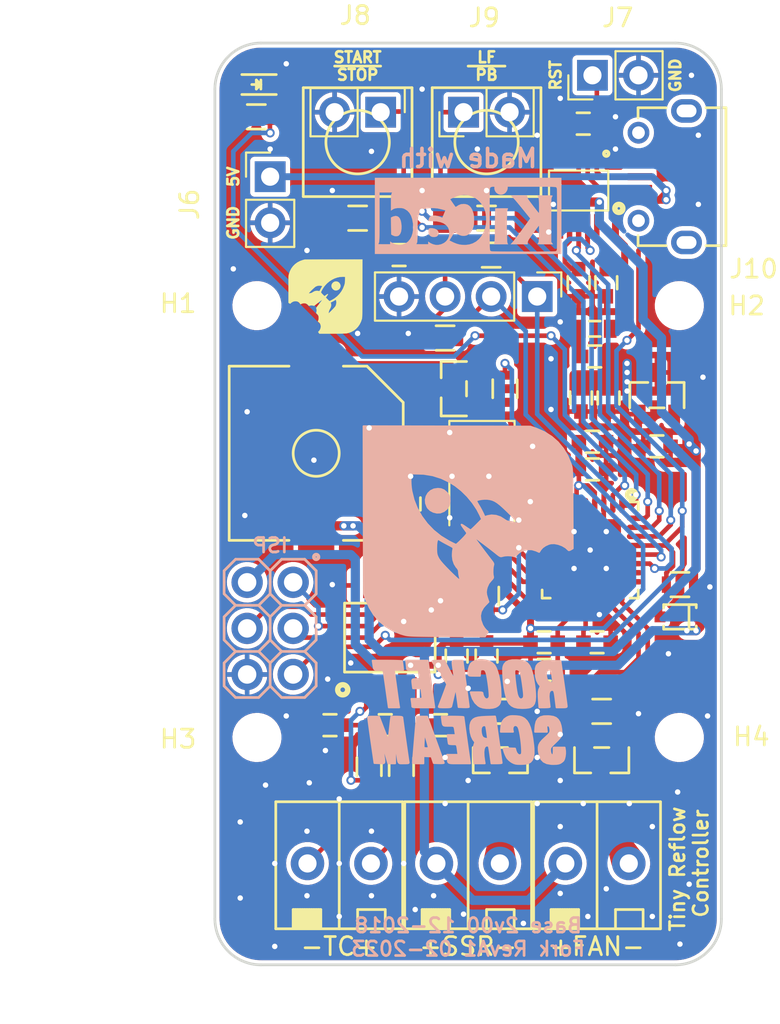
<source format=kicad_pcb>
(kicad_pcb (version 20211014) (generator pcbnew)
  (layers (0 "F.Cu" signal) (31 "B.Cu" signal) (34 "B.Paste" user) (35 "F.Paste" user) (36 "B.SilkS" user "B.Silkscreen") (37 "F.SilkS" user "F.Silkscreen") (38 "B.Mask" user) (39 "F.Mask" user) (44 "Edge.Cuts" user))
  (net 0 "")
  (net 3 "Net-(D1-Pad2)")
  (net 4 "Net-(J2-Pad2)")
  (net 5 "Net-(J3-Pad3)")
  (net 6 "Net-(LS1-Pad2)")
  (net 7 "Net-(C2-Pad1)")
  (net 8 "Net-(C1-Pad1)")
  (net 9 "Net-(Q2-Pad1)")
  (net 10 "Net-(Q1-Pad1)")
  (net 11 "Net-(C7-Pad1)")
  (net 12 "GND")
  (net 13 "/TC-")
  (net 14 "3V3")
  (net 15 "/D12")
  (net 16 "/RST")
  (net 17 "/TC+")
  (net 18 "VUSB")
  (net 19 "/D2")
  (net 20 "/D13")
  (net 21 "/D3")
  (net 22 "/D4")
  (net 23 "/D5")
  (net 24 "/D6")
  (net 25 "/D9")
  (net 26 "/D10")
  (net 27 "/D11")
  (net 28 "/D0")
  (net 29 "/D1")
  (net 30 "5V0")
  (net 31 "Net-(J3-Pad2)")
  (net 37 "Net-(C14-Pad1)")
  (net 40 "Net-(F1-Pad2)")
  (net 41 "Net-(C15-Pad1)")
  (net 42 "Net-(C16-Pad1)")
  (net 43 "/D7")
  (net 44 "/D8")
  (net 45 "Net-(C17-Pad1)")
  (net 46 "/A6")
  (net 47 "AREF")
  (net 48 "/A7")
  (net 49 "/A0")
  (net 50 "/A1")
  (net 51 "/A2")
  (net 52 "/A3")
  (net 53 "/SDA")
  (net 54 "/SCL")
  (net 55 "Net-(J5-Pad2)")
  (net 56 "Net-(Q3-Pad1)")
  (footprint "RocketScreamKiCadLib:TSSOP-14" (layer "F.Cu") (at 159.652 81.966 90)
    (fp_text reference "U3" hide)
    (fp_text value "MAX31856")
  )
  (footprint "RocketScreamKiCadLib:TB-1776275-2" (layer "F.Cu") (at 163.97 94.412 180)
    (fp_text reference "J2" hide)
    (fp_text value "TERMINAL-BLOCK-1x2")
  )
  (footprint "RocketScreamKiCadLib:TB-1776275-2" (layer "F.Cu") (at 156.858 94.412 180)
    (fp_text reference "J1" hide)
    (fp_text value "TERMINAL-BLOCK-1x2")
  )
  (footprint "RocketScreamKiCadLib:SOT-23" (layer "F.Cu") (at 165.748 88.824 180)
    (fp_text reference "Q2" hide)
    (fp_text value "2N3904")
  )
  (footprint "RocketScreamKiCadLib:SOT-23" (layer "F.Cu") (at 163.081 68.25 90)
    (fp_text reference "Q1" hide)
    (fp_text value "2N3904")
  )
  (footprint "RocketScreamKiCadLib:R_0603" (layer "F.Cu") (at 158.509 89.078 90)
    (fp_text reference "R2" hide)
    (fp_text value "100R")
  )
  (footprint "RocketScreamKiCadLib:R_0603" (layer "F.Cu") (at 164.986 79.68 -90)
    (fp_text reference "R10" hide)
    (fp_text value "10K")
  )
  (footprint "RocketScreamKiCadLib:R_0603" (layer "F.Cu") (at 175.654 79.045)
    (fp_text reference "R9" hide)
    (fp_text value "10K")
  )
  (footprint "RocketScreamKiCadLib:R_0603" (layer "F.Cu") (at 165.748 86.03)
    (fp_text reference "R8" hide)
    (fp_text value "53K6")
  )
  (footprint "RocketScreamKiCadLib:R_0603" (layer "F.Cu") (at 166.002 68.25 -90)
    (fp_text reference "R7" hide)
    (fp_text value "27K")
  )
  (footprint "RocketScreamKiCadLib:R_0603" (layer "F.Cu") (at 160.287 89.078 90)
    (fp_text reference "R3" hide)
    (fp_text value "100R")
  )
  (footprint "RocketScreamKiCadLib:R_0603" (layer "F.Cu") (at 157.874 58.852)
    (fp_text reference "R4" hide)
    (fp_text value "10K")
  )
  (footprint "RocketScreamKiCadLib:R_0603" (layer "F.Cu") (at 164.986 58.852 180)
    (fp_text reference "R5" hide)
    (fp_text value "10K")
  )
  (footprint "RocketScreamKiCadLib:MICRO-USB" (layer "F.Cu") (at 174.892 56.566 90)
    (fp_text reference "J3" hide)
    (fp_text value "MICRO-USB")
  )
  (footprint "RocketScreamKiCadLib:LOGO-ROCKET-SCREAM_Without_Text_XXXSmall" (layer "F.Cu") (at 156.096 63.17)
    (fp_text reference "LOGO1" hide)
    (fp_text value "LOGO-ROCKET-SCREAM" hide)
  )
  (footprint "RocketScreamKiCadLib:I_0603" (layer "F.Cu") (at 170.955 66.472)
    (fp_text reference "L1" hide)
    (fp_text value "BLM18KG221SN1D")
  )
  (footprint "RocketScreamKiCadLib:IT-1102W" (layer "F.Cu") (at 164.986 54.661 90)
    (fp_text reference "SW2" hide)
    (fp_text value "IT-1109S")
  )
  (footprint "RocketScreamKiCadLib:IT-1102W" (layer "F.Cu") (at 157.874 54.661 90)
    (fp_text reference "SW1" hide)
    (fp_text value "IT-1109S")
  )
  (footprint "RocketScreamKiCadLib:HYG9605B" (layer "F.Cu") (at 155.588 71.806 180)
    (fp_text reference "LS1" hide)
    (fp_text value "HYG9605B")
  )
  (footprint "RocketScreamKiCadLib:C_0603" (layer "F.Cu") (at 162.446 86.792)
    (fp_text reference "C2" hide)
    (fp_text value "10nF")
  )
  (footprint "RocketScreamKiCadLib:C_0603" (layer "F.Cu") (at 163.335 82.982 -90)
    (fp_text reference "C9" hide)
    (fp_text value "100nF")
  )
  (footprint "RocketScreamKiCadLib:C_0603" (layer "F.Cu") (at 163.335 79.68 -90)
    (fp_text reference "C8" hide)
    (fp_text value "100nF")
  )
  (footprint "RocketScreamKiCadLib:C_0603" (layer "F.Cu") (at 170.32 53.645)
    (fp_text reference "C7" hide)
    (fp_text value "100nF")
  )
  (footprint "RocketScreamKiCadLib:C_0603" (layer "F.Cu") (at 170.828 71.171)
    (fp_text reference "C6" hide)
    (fp_text value "100nF")
  )
  (footprint "RocketScreamKiCadLib:C_0603" (layer "F.Cu") (at 174.384 71.425 180)
    (fp_text reference "C5" hide)
    (fp_text value "10uF 16V X5R")
  )
  (footprint "RocketScreamKiCadLib:C_0603" (layer "F.Cu") (at 170.193 68.758 -90)
    (fp_text reference "C4" hide)
    (fp_text value "100nF")
  )
  (footprint "RocketScreamKiCadLib:C_0603" (layer "F.Cu") (at 159.398 86.792)
    (fp_text reference "C3" hide)
    (fp_text value "100nF")
  )
  (footprint "RocketScreamKiCadLib:C_0603" (layer "F.Cu") (at 156.35 86.792 180)
    (fp_text reference "C1" hide)
    (fp_text value "10nF")
  )
  (footprint "RocketScreamKiCadLib:SOD-323" (layer "F.Cu") (at 175.654 80.823 180)
    (fp_text reference "D3" hide)
    (fp_text value "1N4148WS")
  )
  (footprint "RocketScreamKiCadLib:R_0603" (layer "F.Cu") (at 165.24 60.884)
    (fp_text reference "R11" hide)
    (fp_text value "2K2")
  )
  (footprint "RocketScreamKiCadLib:R_0603" (layer "F.Cu") (at 162.7 65.456)
    (fp_text reference "R1" hide)
    (fp_text value "2K2")
  )
  (footprint "RocketScreamKiCadLib:QFN-32_5x5mm_Pitch0.5mm" (layer "F.Cu") (at 170.701 77.14 -90)
    (fp_text reference "U1" hide)
    (fp_text value "ATMEGA328P-MU")
  )
  (footprint "RocketScreamKiCadLib:MSOP-10" (layer "F.Cu") (at 170.066 57.328 180)
    (fp_text reference "U4" hide)
    (fp_text value "CH340E")
  )
  (footprint "RocketScreamKiCadLib:C_0603" (layer "F.Cu") (at 171.717 68.758 -90)
    (fp_text reference "C12" hide)
    (fp_text value "10uF 16V X5R")
  )
  (footprint "RocketScreamKiCadLib:C_0603" (layer "F.Cu") (at 170.066 62.408 -90)
    (fp_text reference "C13" hide)
    (fp_text value "100nF")
  )
  (footprint "RocketScreamKiCadLib:C_0603" (layer "F.Cu") (at 171.59 62.408 -90)
    (fp_text reference "C14" hide)
    (fp_text value "100nF")
  )
  (footprint "RocketScreamKiCadLib:MF-FSMF" (layer "F.Cu") (at 170.955 64.948 180)
    (fp_text reference "F1" hide)
    (fp_text value "FUSE")
  )
  (footprint "RocketScreamKiCadLib:I_0603" (layer "F.Cu") (at 168.161 82.22 180)
    (fp_text reference "L2" hide)
    (fp_text value "LBMF1608T100K")
  )
  (footprint "RocketScreamKiCadLib:C_0603" (layer "F.Cu") (at 171.082 82.22)
    (fp_text reference "C18" hide)
    (fp_text value "100nF")
  )
  (footprint "RocketScreamKiCadLib:C_0603" (layer "F.Cu") (at 168.161 83.744 180)
    (fp_text reference "C17" hide)
    (fp_text value "100nF")
  )
  (footprint "RocketScreamKiCadLib:C_0603" (layer "F.Cu") (at 161.938 74.6 -90)
    (fp_text reference "C16" hide)
    (fp_text value "10pF")
  )
  (footprint "RocketScreamKiCadLib:C_0603" (layer "F.Cu") (at 161.938 71.425 90)
    (fp_text reference "C15" hide)
    (fp_text value "10pF")
  )
  (footprint "RocketScreamKiCadLib:C_0603" (layer "F.Cu") (at 170.828 72.695)
    (fp_text reference "C11" hide)
    (fp_text value "100nF")
  )
  (footprint "RocketScreamKiCadLib:C_0603" (layer "F.Cu") (at 164.986 82.982 90)
    (fp_text reference "C10" hide)
    (fp_text value "10uF 16V X5R")
  )
  (footprint "RocketScreamKiCadLib:TB-1776275-2" (layer "F.Cu") (at 171.082 94.412 180)
    (fp_text reference "J5" hide)
    (fp_text value "TERMINAL-BLOCK-1x2")
  )
  (footprint "RocketScreamKiCadLib:SOT-23" (layer "F.Cu") (at 171.336 88.824 180)
    (fp_text reference "Q3" hide)
    (fp_text value "2N3904")
  )
  (footprint "RocketScreamKiCadLib:R_0603" (layer "F.Cu") (at 171.336 86.03)
    (fp_text reference "R12" hide)
    (fp_text value "53K6")
  )
  (footprint "RocketScreamKiCadLib:LED_0603" (layer "F.Cu") (at 152.286 51.486 180)
    (fp_text reference "D1" hide)
    (fp_text value "Red")
  )
  (footprint "RocketScreamKiCadLib:R_0603" (layer "F.Cu") (at 152.286 53.264)
    (fp_text reference "R6" hide)
    (fp_text value "2K2")
  )
  (footprint "RocketScreamKiCadLib:C_0603" (layer "F.Cu") (at 160.16 60.884 180)
    (fp_text reference "C19" hide)
    (fp_text value "100nF")
  )
  (footprint "RocketScreamKiCadLib:SOT-23" (layer "F.Cu") (at 174.384 68.504)
    (fp_text reference "U2" hide)
    (fp_text value "MCP1700T-3302E-TT")
  )
  (footprint "Connector_PinHeader_2.54mm:PinHeader_1x02_P2.54mm_Vertical" (layer "F.Cu") (at 163.716 53.01 90)
    (fp_text reference "J9")
    (fp_text value "1x2")
  )
  (footprint "Connector_PinHeader_2.54mm:PinHeader_1x02_P2.54mm_Vertical" (layer "F.Cu") (at 170.828 50.978 90)
    (fp_text reference "J7")
    (fp_text value "1x2")
  )
  (footprint "Connector_PinHeader_2.54mm:PinHeader_1x02_P2.54mm_Vertical" (layer "F.Cu") (at 159.144 53.01 -90)
    (fp_text reference "J8")
    (fp_text value "1x2")
  )
  (footprint "Crystal:Crystal_SMD_5032-2Pin_5.0x3.2mm" (layer "F.Cu") (at 164.732 73.076 -90)
    (fp_text reference "Y1")
    (fp_text value "NX3225GD")
  )
  (footprint "MountingHole:MountingHole_2.2mm_M2" (layer "F.Cu") (at 152.32 63.67)
    (fp_text reference "H1")
    (fp_text value "M2")
  )
  (footprint "MountingHole:MountingHole_2.2mm_M2" (layer "F.Cu") (at 175.62 63.67)
    (fp_text reference "H2")
    (fp_text value "M2")
  )
  (footprint "Connector_PinHeader_2.54mm:PinHeader_1x02_P2.54mm_Vertical" (layer "F.Cu") (at 153.048 56.566)
    (fp_text reference "J6")
    (fp_text value "1x2")
  )
  (footprint "Connector_PinHeader_2.54mm:PinHeader_1x04_P2.54mm_Vertical" (layer "F.Cu") (at 167.78 63.17 -90)
    (fp_text reference "J10")
    (fp_text value "Conn_01x04")
  )
  (footprint "MountingHole:MountingHole_2.2mm_M2" (layer "F.Cu") (at 175.62 87.47)
    (fp_text reference "H4")
    (fp_text value "M2")
  )
  (footprint "MountingHole:MountingHole_2.2mm_M2" (layer "F.Cu") (at 152.32 87.47)
    (fp_text reference "H3")
    (fp_text value "M2")
  )
  (footprint "RocketScreamKiCadLib:HDR_2x3_Pitch2.54mm" (layer "B.Cu") (at 153.048 81.458 -90)
    (fp_text reference "J4" hide)
    (fp_text value "2.54mm 2x3")
  )
  (footprint "RocketScreamKiCadLib:LOGO-KICAD_XSmall" (layer "B.Cu") (at 163.97 58.725 180)
    (fp_text reference "LOGO2" hide)
    (fp_text value "LOGO-KICAD" hide)
  )
  (footprint "RocketScreamKiCadLib:LOGO-ROCKET-SCREAM_Vertical_Small" (layer "B.Cu") (at 163.97 79.934 180)
    (fp_text reference "LOGO3" hide)
    (fp_text value "LOGO-ROCKET-SCREAM" hide)
  )
  (gr_circle (center 155.588 77.521) (end 155.461 77.521) (layer "B.SilkS") (width 0.2) (fill none))
  (gr_line (start 163.97 50.47) (end 166.002 50.47) (layer "F.SilkS") (width 0.15))
  (gr_line (start 156.604 50.47) (end 159.144 50.47) (layer "F.SilkS") (width 0.15))
  (gr_line (start 177.94 51.74) (end 177.94 97.46) (layer "Edge.Cuts") (width 0.15))
  (gr_arc (start 177.94 97.46) (mid 177.196051 99.256051) (end 175.4 100) (layer "Edge.Cuts") (width 0.15))
  (gr_arc (start 150 51.74) (mid 150.743949 49.943949) (end 152.54 49.2) (layer "Edge.Cuts") (width 0.15))
  (gr_line (start 152.54 49.2) (end 175.4 49.2) (layer "Edge.Cuts") (width 0.15))
  (gr_arc (start 175.4 49.2) (mid 177.196051 49.943949) (end 177.94 51.74) (layer "Edge.Cuts") (width 0.15))
  (gr_line (start 150 51.74) (end 150 97.46) (layer "Edge.Cuts") (width 0.15))
  (gr_arc (start 152.54 100) (mid 150.743949 99.256051) (end 150 97.46) (layer "Edge.Cuts") (width 0.15))
  (gr_line (start 152.54 100) (end 175.4 100) (layer "Edge.Cuts") (width 0.15))
  (gr_text "ISP" (at 153.048 76.886) (layer "B.SilkS") (effects (font (size 0.8 0.8)) (justify mirror)))
  (gr_text "Base 2v00 12-2018\nFork RevA1 02-2023" (at 163.97 98.476) (layer "B.SilkS") (effects (font (size 0.8 0.8)) (justify mirror)))
  (gr_text "Made with" (at 163.97 55.55) (layer "B.SilkS") (effects (font (size 1 1) (thickness 0.2)) (justify mirror)))
  (gr_text "-TC+" (at 156.858 98.984) (layer "F.SilkS") (effects (font (size 1 1))))
  (gr_text "START\nSTOP" (at 157.874 50.47) (layer "F.SilkS") (effects (font (size 0.6 0.6))))
  (gr_text "LF\nPB" (at 164.986 50.47) (layer "F.SilkS") (effects (font (size 0.6 0.6))))
  (gr_text "+SSR-" (at 163.97 98.984) (layer "F.SilkS") (effects (font (size 1 1))))
  (gr_text "Tiny Reflow \nController" (at 176.162 94.412 90) (layer "F.SilkS") (effects (font (size 0.8 0.8))))
  (gr_text "+FAN-" (at 171.082 98.984) (layer "F.SilkS") (effects (font (size 1 1))))
  (gr_text "GND" (at 151.016 59.106 90) (layer "F.SilkS") (effects (font (size 0.6 0.6))))
  (gr_text "5V" (at 151.016 56.566 90) (layer "F.SilkS") (effects (font (size 0.6 0.6))))
  (gr_text "RST" (at 168.796 50.978 90) (layer "F.SilkS") (effects (font (size 0.6 0.6))))
  (gr_text "GND" (at 175.4 50.978 90) (layer "F.SilkS") (effects (font (size 0.6 0.6))))
  (segment (start 151.5367 51.486) (end 151.5367 53.2633) (width 0.254) (layer "F.Cu") (net 3))
  (segment (start 151.5367 53.2633) (end 151.536 53.264) (width 0.254) (layer "F.Cu") (net 3))
  (segment (start 173.442 56.566) (end 171.336 56.566) (width 0.254) (layer "F.Cu") (net 5))
  (segment (start 171.066 56.296) (end 171.336 56.566) (width 0.254) (layer "F.Cu") (net 5))
  (segment (start 171.336 56.566) (end 171.097001 56.327001) (width 0.254) (layer "F.Cu") (net 5))
  (segment (start 171.066 55.353) (end 171.066 56.296) (width 0.254) (layer "F.Cu") (net 5))
  (segment (start 160.148 86.792) (end 160.148 88.189) (width 0.254) (layer "F.Cu") (net 7))
  (segment (start 159.652 84.841) (end 159.652 85.776) (width 0.254) (layer "F.Cu") (net 7))
  (segment (start 160.148 86.272) (end 160.148 86.792) (width 0.254) (layer "F.Cu") (net 7))
  (segment (start 160.148 88.189) (end 160.287 88.328) (width 0.254) (layer "F.Cu") (net 7))
  (segment (start 159.652 85.776) (end 160.148 86.272) (width 0.254) (layer "F.Cu") (net 7))
  (segment (start 160.148 86.792) (end 161.696 86.792) (width 0.254) (layer "F.Cu") (net 7))
  (segment (start 158.648 86.792) (end 158.648 88.189) (width 0.254) (layer "F.Cu") (net 8))
  (segment (start 159.002 85.918) (end 158.648 86.272) (width 0.254) (layer "F.Cu") (net 8))
  (segment (start 158.648 86.272) (end 158.648 86.792) (width 0.254) (layer "F.Cu") (net 8))
  (segment (start 157.1 86.792) (end 158.648 86.792) (width 0.254) (layer "F.Cu") (net 8))
  (segment (start 159.002 84.841) (end 159.002 85.918) (width 0.254) (layer "F.Cu") (net 8))
  (segment (start 158.648 88.189) (end 158.509 88.328) (width 0.254) (layer "F.Cu") (net 8))
  (segment (start 166.698 86.853) (end 166.698 87.674) (width 0.254) (layer "F.Cu") (net 9))
  (segment (start 166.498 86.03) (end 166.498 86.653) (width 0.254) (layer "F.Cu") (net 9))
  (segment (start 166.498 86.653) (end 166.698 86.853) (width 0.254) (layer "F.Cu") (net 9))
  (segment (start 164.231 69.2) (end 165.052 69.2) (width 0.254) (layer "F.Cu") (net 10))
  (segment (start 165.052 69.2) (end 165.252 69) (width 0.254) (layer "F.Cu") (net 10))
  (segment (start 165.252 69) (end 166.002 69) (width 0.254) (layer "F.Cu") (net 10))
  (segment (start 169.57 53.772) (end 169.57 55.349) (width 0.254) (layer "F.Cu") (net 11))
  (segment (start 169.57 55.349) (end 169.566 55.353) (width 0.254) (layer "F.Cu") (net 11))
  (segment (start 169.424 87.674) (end 169.05 87.3) (width 0.254) (layer "F.Cu") (net 12))
  (segment (start 171.451 74.689999) (end 171.451 76.39) (width 0.254) (layer "F.Cu") (net 12))
  (segment (start 171.578 73.469) (end 171.578 72.568) (width 0.254) (layer "F.Cu") (net 12))
  (segment (start 171.451 76.39) (end 170.701 77.14) (width 0.254) (layer "F.Cu") (net 12))
  (segment (start 170.386 87.674) (end 169.424 87.674) (width 0.254) (layer "F.Cu") (net 12))
  (segment (start 170.701 77.14) (end 170.701 77.013) (width 0.254) (layer "F.Cu") (net 12))
  (segment (start 170.701 77.013) (end 171.59 76.124) (width 0.254) (layer "F.Cu") (net 12))
  (segment (start 170.951 79.59) (end 170.951 80.438) (width 0.254) (layer "F.Cu") (net 12))
  (segment (start 171.451 73.596) (end 171.578 73.469) (width 0.254) (layer "F.Cu") (net 12))
  (segment (start 170.066 55.353) (end 170.066 56.439) (width 0.254) (layer "F.Cu") (net 12))
  (segment (start 170.451 74.69) (end 170.451 76.89) (width 0.254) (layer "F.Cu") (net 12))
  (segment (start 171.451 74.689999) (end 171.451 73.596) (width 0.254) (layer "F.Cu") (net 12))
  (segment (start 170.951 77.39) (end 170.701 77.14) (width 0.254) (layer "F.Cu") (net 12))
  (segment (start 170.951 79.59) (end 170.951 77.39) (width 0.254) (layer "F.Cu") (net 12))
  (segment (start 170.951 80.438) (end 171.209 80.696) (width 0.254) (layer "F.Cu") (net 12))
  (via (at 169.812 78.156) (size 0.5) (drill 0.3) (layers "F.Cu" "B.Cu") (net 12))
  (via (at 169.812 76.124) (size 0.5) (drill 0.3) (layers "F.Cu" "B.Cu") (net 12))
  (via (at 171.59 76.124) (size 0.5) (drill 0.3) (layers "F.Cu" "B.Cu") (net 12))
  (via (at 171.59 78.156) (size 0.5) (drill 0.3) (layers "F.Cu" "B.Cu") (net 12))
  (via (at 163.081 73.076) (size 0.5) (drill 0.3) (layers "F.Cu" "B.Cu") (net 12))
  (via (at 160.414 81.077) (size 0.5) (drill 0.3) (layers "F.Cu" "B.Cu") (net 12))
  (via (at 169.05 89.84) (size 0.5) (drill 0.3) (layers "F.Cu" "B.Cu") (net 12))
  (via (at 160.414 94.412) (size 0.5) (drill 0.3) (layers "F.Cu" "B.Cu") (net 12))
  (via (at 153.937 50.343) (size 0.5) (drill 0.3) (layers "F.Cu" "B.Cu") (net 12))
  (via (at 155.08 60.63) (size 0.5) (drill 0.3) (layers "F.Cu" "B.Cu") (net 12))
  (via (at 175.654 98.857) (size 0.5) (drill 0.3) (layers "F.Cu" "B.Cu") (net 12))
  (via (at 162.954 75.362) (size 0.5) (drill 0.3) (layers "F.Cu" "B.Cu") (net 12))
  (via (at 156.858 94.412) (size 0.5) (drill 0.3) (layers "F.Cu" "B.Cu") (net 12))
  (via (at 172.098 55.042) (size 0.5) (drill 0.3) (layers "F.Cu" "B.Cu") (net 12))
  (via (at 171.59 95.809) (size 0.5) (drill 0.3) (layers "F.Cu" "B.Cu") (net 12))
  (via (at 162.7 88.57) (size 0.5) (drill 0.3) (layers "F.Cu" "B.Cu") (net 12))
  (via (at 176.924 67.615) (size 0.5) (drill 0.3) (layers "F.Cu" "B.Cu") (net 12))
  (via (at 157.493 83.363) (size 0.5) (drill 0.3) (layers "F.Cu" "B.Cu") (net 12))
  (via (at 176.162 95.555) (size 0.5) (drill 0.3) (layers "F.Cu" "B.Cu") (net 12))
  (via (at 156.858 97.333) (size 0.5) (drill 0.3) (layers "F.Cu" "B.Cu") (net 12))
  (via (at 177.178 86.284) (size 0.5) (drill 0.3) (layers "F.Cu" "B.Cu") (net 12))
  (via (at 173.368 86.157) (size 0.5) (drill 0.3) (layers "F.Cu" "B.Cu") (net 12))
  (via (at 165.113 73.076) (size 0.5) (drill 0.3) (layers "F.Cu" "B.Cu") (net 12))
  (via (at 167.78 86.03) (size 0.5) (drill 0.3) (layers "F.Cu" "B.Cu") (net 12))
  (via (at 169.05 96.063) (size 0.5) (drill 0.3) (layers "F.Cu" "B.Cu") (net 12))
  (via (at 157.874 65.202) (size 0.5) (drill 0.3) (layers "F.Cu" "B.Cu") (net 12))
  (via (at 164.986 57.328) (size 0.5) (drill 0.3) (layers "F.Cu" "B.Cu") (net 12))
  (via (at 167.526 71.425) (size 0.5) (drill 0.3) (layers "F.Cu" "B.Cu") (net 12))
  (via (at 169.05 52.248) (size 0.5) (drill 0.3) (layers "F.Cu" "B.Cu") (net 12))
  (via (at 151.651 75.235) (size 0.5) (drill 0.3) (layers "F.Cu" "B.Cu") (net 12))
  (via (at 175.019 82.855) (size 0.5) (drill 0.3) (layers "F.Cu" "B.Cu") (net 12))
  (via (at 162.7 91.11) (size 0.5) (drill 0.3) (layers "F.Cu" "B.Cu") (net 12))
  (via (at 153.302 98.984) (size 0.5) (drill 0.3) (layers "F.Cu" "B.Cu") (net 12))
  (via (at 158.636 55.169) (size 0.5) (drill 0.3) (layers "F.Cu" "B.Cu") (net 12))
  (via (at 163.97 89.84) (size 0.5) (drill 0.3) (layers "F.Cu" "B.Cu") (net 12))
  (via (at 168.542 69.393) (size 0.5) (drill 0.3) (layers "F.Cu" "B.Cu") (net 12))
  (via (at 160.795 73.076) (size 0.5) (drill 0.3) (layers "F.Cu" "B.Cu") (net 12))
  (via (at 171.209 80.696) (size 0.5) (drill 0.3) (layers "F.Cu" "B.Cu") (net 12))
  (via (at 155.207 89.967) (size 0.5) (drill 0.3) (layers "F.Cu" "B.Cu") (net 12))
  (via (at 156.223 84.252) (size 0.5) (drill 0.3) (layers "F.Cu" "B.Cu") (net 12))
  (via (at 167.399 74.473) (size 0.5) (drill 0.3) (layers "F.Cu" "B.Cu") (net 12))
  (via (at 162.954 70.663) (size 0.5) (drill 0.3) (layers "F.Cu" "B.Cu") (net 12))
  (via (at 169.05 87.3) (size 0.5) (drill 0.3) (layers "F.Cu" "B.Cu") (net 12))
  (via (at 153.048 55.042) (size 0.5) (drill 0.3) (layers "F.Cu" "B.Cu") (net 12))
  (via (at 169.05 64.567) (size 0.5) (drill 0.3) (layers "F.Cu" "B.Cu") (net 12))
  (via (at 161.43 51.74) (size 0.5) (drill 0.3) (layers "F.Cu" "B.Cu") (net 12))
  (via (at 168.415 59.614) (size 0.5) (drill 0.3) (layers "F.Cu" "B.Cu") (net 12))
  (via (at 163.97 84.76) (size 0.5) (drill 0.3) (layers "F.Cu" "B.Cu") (net 12))
  (via (at 175.527 90.475) (size 0.5) (drill 0.3) (layers "F.Cu" "B.Cu") (net 12))
  (via (at 155.08 92.634) (size 0.5) (drill 0.3) (layers "F.Cu" "B.Cu") (net 12))
  (via (at 153.937 86.284) (size 0.5) (drill 0.3) (layers "F.Cu" "B.Cu") (net 12))
  (via (at 162.446 79.934) (size 0.5) (drill 0.3) (layers "F.Cu" "B.Cu") (net 12))
  (via (at 151.397 92.126) (size 0.5) (drill 0.3) (layers "F.Cu" "B.Cu") (net 12))
  (via (at 167.78 54.28) (size 0.5) (drill 0.3) (layers "F.Cu" "B.Cu") (net 12))
  (via (at 170.701 77.14) (size 0.5) (drill 0.3) (layers "F.Cu" "B.Cu") (net 12))
  (via (at 156.477 79.045) (size 0.5) (drill 0.3) (layers "F.Cu" "B.Cu") (net 12))
  (via (at 156.096 88.189) (size 0.5) (drill 0.3) (layers "F.Cu" "B.Cu") (net 12))
  (via (at 174.13 92.38) (size 0.5) (drill 0.3) (layers "F.Cu" "B.Cu") (net 12))
  (via (at 151.778 69.52) (size 0.5) (drill 0.3) (layers "F.Cu" "B.Cu") (net 12))
  (via (at 162.065 96.19) (size 0.5) (drill 0.3) (layers "F.Cu" "B.Cu") (net 12))
  (via (at 172.86 91.11) (size 0.5) (drill 0.3) (layers "F.Cu" "B.Cu") (net 12))
  (via (at 158.636 96.19) (size 0.5) (drill 0.3) (layers "F.Cu" "B.Cu") (net 12))
  (via (at 163.716 97.206) (size 0.5) (drill 0.3) (layers "F.Cu" "B.Cu") (net 12))
  (via (at 153.302 94.412) (size 0.5) (drill 0.3) (layers "F.Cu" "B.Cu") (net 12))
  (via (at 174.13 97.333) (size 0.5) (drill 0.3) (layers "F.Cu" "B.Cu") (net 12))
  (via (at 172.098 53.264) (size 0.5) (drill 0.3) (layers "F.Cu" "B.Cu") (net 12))
  (via (at 170.32 91.11) (size 0.5) (drill 0.3) (layers "F.Cu" "B.Cu") (net 12))
  (via (at 170.574 97.333) (size 0.5) (drill 0.3) (layers "F.Cu" "B.Cu") (net 12))
  (via (at 161.43 57.328) (size 0.5) (drill 0.3) (layers "F.Cu" "B.Cu") (net 12))
  (via (at 167.018 97.714) (size 0.5) (drill 0.3) (layers "F.Cu" "B.Cu") (net 12))
  (via (at 176.67 58.09) (size 0.5) (drill 0.3) (layers "F.Cu" "B.Cu") (net 12))
  (via (at 161.938 80.442) (size 0.5) (drill 0.3) (layers "F.Cu" "B.Cu") (net 12))
  (via (at 160.668 65.202) (size 0.5) (drill 0.3) (layers "F.Cu" "B.Cu") (net 12))
  (via (at 176.289 50.978) (size 0.5) (drill 0.3) (layers "F.Cu" "B.Cu") (net 12))
  (via (at 151.397 96.317) (size 0.5) (drill 0.3) (layers "F.Cu" "B.Cu") (net 12))
  (via (at 155.461 72.187) (size 0.5) (drill 0.3) (layers "F.Cu" "B.Cu") (net 12))
  (via (at 156.858 90.856) (size 0.5) (drill 0.3) (layers "F.Cu" "B.Cu") (net 12))
  (via (at 151.016 61.646) (size 0.5) (drill 0.3) (layers "F.Cu" "B.Cu") (net 12))
  (via (at 156.477 57.328) (size 0.5) (drill 0.3) (layers "F.Cu" "B.Cu") (net 12))
  (via (at 176.67 54.28) (size 0.5) (drill 0.3) (layers "F.Cu" "B.Cu") (net 12))
  (via (at 161.049 96.952) (size 0.5) (drill 0.3) (layers "F.Cu" "B.Cu") (net 12))
  (via (at 152.794 90.094) (size 0.5) (drill 0.3) (layers "F.Cu" "B.Cu") (net 12))
  (via (at 158.636 92.634) (size 0.5) (drill 0.3) (layers "F.Cu" "B.Cu") (net 12))
  (via (at 166.129 84.379) (size 0.5) (drill 0.3) (layers "F.Cu" "B.Cu") (net 12))
  (via (at 158.509 70.409) (size 0.5) (drill 0.3) (layers "F.Cu" "B.Cu") (net 12))
  (via (at 168.542 66.599) (size 0.5) (drill 0.3) (layers "F.Cu" "B.Cu") (net 12))
  (via (at 164.478 55.042) (size 0.5) (drill 0.3) (layers "F.Cu" "B.Cu") (net 12))
  (via (at 169.05 92.38) (size 0.5) (drill 0.3) (layers "F.Cu" "B.Cu") (net 12))
  (via (at 155.08 96.19) (size 0.5) (drill 0.3) (layers "F.Cu" "B.Cu") (net 12))
  (via (at 177.305 79.172) (size 0.5) (drill 0.3) (layers "F.Cu" "B.Cu") (net 12))
  (via (at 167.78 88.57) (size 0.5) (drill 0.3) (layers "F.Cu" "B.Cu") (net 12))
  (via (at 167.78 91.11) (size 0.5) (drill 0.3) (layers "F.Cu" "B.Cu") (net 12))
  (via (at 168.669 58.09) (size 0.5) (drill 0.3) (layers "F.Cu" "B.Cu") (net 12))
  (segment (start 158.509 91.011) (end 155.108 94.412) (width 0.254) (layer "F.Cu") (net 13))
  (segment (start 158.509 89.828) (end 158.509 91.011) (width 0.254) (layer "F.Cu") (net 13))
  (segment (start 158.352 84.841) (end 158.352 85.806) (width 0.254) (layer "F.Cu") (net 13))
  (segment (start 158.509 89.828) (end 157.505 89.828) (width 0.254) (layer "F.Cu") (net 13))
  (segment (start 158.352 85.806) (end 158.128 86.03) (width 0.254) (layer "F.Cu") (net 13))
  (segment (start 158.128 86.03) (end 158.001 86.03) (width 0.254) (layer "F.Cu") (net 13))
  (via (at 157.505 89.828) (size 0.5) (drill 0.3) (layers "F.Cu" "B.Cu") (net 13))
  (via (at 158.001 86.03) (size 0.5) (drill 0.3) (layers "F.Cu" "B.Cu") (net 13))
  (segment (start 157.505 86.526) (end 158.001 86.03) (width 0.254) (layer "B.Cu") (net 13))
  (segment (start 157.505 89.828) (end 157.505 86.526) (width 0.254) (layer "B.Cu") (net 13))
  (segment (start 165.506 78.93) (end 167.411 80.835) (width 0.381) (layer "F.Cu") (net 14))
  (segment (start 165.621 59.868) (end 165.736 59.753) (width 0.254) (layer "F.Cu") (net 14))
  (segment (start 162.319 83.49) (end 162.319 83.998) (width 0.381) (layer "F.Cu") (net 14))
  (segment (start 176.404 79.795) (end 176.404 79.045) (width 0.508) (layer "F.Cu") (net 14))
  (segment (start 176.543 81.585) (end 176.754 81.374) (width 0.508) (layer "F.Cu") (net 14))
  (segment (start 171.209 57.963) (end 169.558 57.963) (width 0.508) (layer "F.Cu") (net 14))
  (segment (start 163.335 78.93) (end 164.986 78.93) (width 0.381) (layer "F.Cu") (net 14))
  (segment (start 169.566 59.303) (end 169.566 60.122) (width 0.254) (layer "F.Cu") (net 14))
  (segment (start 160.668 59.995) (end 160.91 60.237) (width 0.254) (layer "F.Cu") (net 14))
  (segment (start 160.91 60.237) (end 160.91 60.884) (width 0.254) (layer "F.Cu") (net 14))
  (segment (start 169.951 73.699) (end 170.066 73.584) (width 0.254) (layer "F.Cu") (net 14))
  (segment (start 170.066 73.584) (end 170.574 73.584) (width 0.254) (layer "F.Cu") (net 14))
  (segment (start 169.558 57.963) (end 169.558 59.295) (width 0.254) (layer "F.Cu") (net 14))
  (segment (start 161.95 64.555) (end 161.95 65.456) (width 0.254) (layer "F.Cu") (net 14))
  (segment (start 170.078 73.572) (end 170.066 73.584) (width 0.254) (layer "F.Cu") (net 14))
  (segment (start 160.91 61.634) (end 161.096 61.82) (width 0.254) (layer "F.Cu") (net 14))
  (segment (start 167.411 82.22) (end 164.998 82.22) (width 0.381) (layer "F.Cu") (net 14))
  (segment (start 157.493 59.995) (end 160.668 59.995) (width 0.254) (layer "F.Cu") (net 14))
  (segment (start 160.302 83.983) (end 160.302 84.841) (width 0.381) (layer "F.Cu") (net 14))
  (segment (start 176.169 69.654) (end 176.543 70.028) (width 0.381) (layer "F.Cu") (net 14))
  (segment (start 170.078 72.695) (end 170.078 73.572) (width 0.254) (layer "F.Cu") (net 14))
  (segment (start 162.319 82.601) (end 162.319 83.998) (width 0.381) (layer "F.Cu") (net 14))
  (segment (start 167.411 80.835) (end 167.411 81.458) (width 0.381) (layer "F.Cu") (net 14))
  (segment (start 176.754 80.145) (end 176.404 79.795) (width 0.508) (layer "F.Cu") (net 14))
  (segment (start 167.78 56.947) (end 168.542 56.947) (width 0.254) (layer "F.Cu") (net 14))
  (segment (start 176.543 70.663) (end 176.543 78.156) (width 0.508) (layer "F.Cu") (net 14))
  (segment (start 176.162 71.044) (end 176.543 70.663) (width 0.381) (layer "F.Cu") (net 14))
  (segment (start 176.543 81.585) (end 176.035 81.585) (width 0.508) (layer "F.Cu") (net 14))
  (segment (start 160.795 83.49) (end 162.319 83.49) (width 0.381) (layer "F.Cu") (net 14))
  (segment (start 164.49 61.634) (end 164.49 60.884) (width 0.254) (layer "F.Cu") (net 14))
  (segment (start 162.7 61.82) (end 162.7 63.805) (width 0.254) (layer "F.Cu") (net 14))
  (segment (start 169.558 59.295) (end 169.566 59.303) (width 0.254) (layer "F.Cu") (net 14))
  (segment (start 160.795 83.49) (end 160.302 83.983) (width 0.381) (layer "F.Cu") (net 14))
  (segment (start 165.736 58.852) (end 165.736 57.848) (width 0.254) (layer "F.Cu") (net 14))
  (segment (start 165.736 57.848) (end 166.637 56.947) (width 0.254) (layer "F.Cu") (net 14))
  (segment (start 176.754 81.374) (end 176.754 80.145) (width 0.508) (layer "F.Cu") (net 14))
  (segment (start 170.078 71.044) (end 170.078 72.568) (width 0.381) (layer "F.Cu") (net 14))
  (segment (start 164.986 82.232) (end 163.335 82.232) (width 0.381) (layer "F.Cu") (net 14))
  (segment (start 161.096 61.82) (end 162.7 61.82) (width 0.254) (layer "F.Cu") (net 14))
  (segment (start 164.49 60.884) (end 164.49 60.11) (width 0.254) (layer "F.Cu") (net 14))
  (segment (start 160.91 60.884) (end 160.91 61.634) (width 0.254) (layer "F.Cu") (net 14))
  (segment (start 157.124 59.626) (end 157.493 59.995) (width 0.254) (layer "F.Cu") (net 14))
  (segment (start 175.334 69.654) (end 176.169 69.654) (width 0.381) (layer "F.Cu") (net 14))
  (segment (start 176.404 78.295) (end 176.543 78.156) (width 0.508) (layer "F.Cu") (net 14))
  (segment (start 162.434 78.93) (end 163.335 78.93) (width 0.381) (layer "F.Cu") (net 14))
  (segment (start 163.335 82.232) (end 162.688 82.232) (width 0.381) (layer "F.Cu") (net 14))
  (segment (start 162.7 63.805) (end 161.95 64.555) (width 0.254) (layer "F.Cu") (net 14))
  (segment (start 164.49 60.11) (end 164.732 59.868) (width 0.254) (layer "F.Cu") (net 14))
  (segment (start 169.304 61.265) (end 169.697 61.658) (width 0.254) (layer "F.Cu") (net 14))
  (segment (start 162.7 61.82) (end 164.304 61.82) (width 0.254) (layer "F.Cu") (net 14))
  (segment (start 166.637 56.947) (end 167.78 56.947) (width 0.254) (layer "F.Cu") (net 14))
  (segment (start 169.566 60.122) (end 169.304 60.384) (width 0.254) (layer "F.Cu") (net 14))
  (segment (start 167.411 81.458) (end 167.411 82.22) (width 0.381) (layer "F.Cu") (net 14))
  (segment (start 176.162 71.298) (end 176.162 71.044) (width 0.381) (layer "F.Cu") (net 14))
  (segment (start 164.986 78.93) (end 165.506 78.93) (width 0.381) (layer "F.Cu") (net 14))
  (segment (start 170.574 73.584) (end 170.951 73.961) (width 0.254) (layer "F.Cu") (net 14))
  (segment (start 162.273 79.091) (end 162.434 78.93) (width 0.381) (layer "F.Cu") (net 14))
  (segment (start 170.951 73.961) (end 170.951 74.69) (width 0.254) (layer "F.Cu") (net 14))
  (segment (start 157.124 58.852) (end 157.124 59.626) (width 0.254) (layer "F.Cu") (net 14))
  (segment (start 169.951 74.689999) (end 169.951 73.699) (width 0.254) (layer "F.Cu") (net 14))
  (segment (start 164.998 82.22) (end 164.986 82.232) (width 0.381) (layer "F.Cu") (net 14))
  (segment (start 176.543 70.028) (end 176.543 70.663) (width 0.381) (layer "F.Cu") (net 14))
  (segment (start 165.736 59.753) (end 165.736 58.852) (width 0.254) (layer "F.Cu") (net 14))
  (segment (start 161.602 79.091) (end 162.273 79.091) (width 0.381) (layer "F.Cu") (net 14))
  (segment (start 169.304 60.384) (end 169.304 61.265) (width 0.254) (layer "F.Cu") (net 14))
  (segment (start 169.697 61.658) (end 170.066 61.658) (width 0.254) (layer "F.Cu") (net 14))
  (segment (start 162.688 82.232) (end 162.319 82.601) (width 0.381) (layer "F.Cu") (net 14))
  (segment (start 168.542 56.947) (end 169.558 57.963) (width 0.254) (layer "F.Cu") (net 14))
  (segment (start 164.304 61.82) (end 164.49 61.634) (width 0.254) (layer "F.Cu") (net 14))
  (segment (start 164.732 59.868) (end 165.621 59.868) (width 0.254) (layer "F.Cu") (net 14))
  (segment (start 176.404 79.045) (end 176.404 78.295) (width 0.508) (layer "F.Cu") (net 14))
  (via (at 176.543 81.585) (size 0.5) (drill 0.3) (layers "F.Cu" "B.Cu") (net 14))
  (via (at 167.411 81.458) (size 0.5) (drill 0.3) (layers "F.Cu" "B.Cu") (net 14))
  (via (at 171.209 57.963) (size 0.5) (drill 0.3) (layers "F.Cu" "B.Cu") (net 14))
  (via (at 170.066 73.584) (size 0.5) (drill 0.3) (layers "F.Cu" "B.Cu") (net 14))
  (via (at 160.795 83.49) (size 0.5) (drill 0.3) (layers "F.Cu" "B.Cu") (net 14))
  (via (at 176.543 71.679) (size 0.5) (drill 0.3) (layers "F.Cu" "B.Cu") (net 14))
  (via (at 176.162 71.298) (size 0.5) (drill 0.3) (layers "F.Cu" "B.Cu") (net 14))
  (via (at 162.319 83.998) (size 0.5) (drill 0.3) (layers "F.Cu" "B.Cu") (net 14))
  (via (at 162.319 83.49) (size 0.5) (drill 0.3) (layers "F.Cu" "B.Cu") (net 14))
  (via (at 176.035 81.585) (size 0.5) (drill 0.3) (layers "F.Cu" "B.Cu") (net 14))
  (segment (start 162.319 83.998) (end 162.319 83.49) (width 0.508) (layer "B.Cu") (net 14))
  (segment (start 176.543 81.585) (end 174.13 81.585) (width 0.508) (layer "B.Cu") (net 14))
  (segment (start 174.638 69.52) (end 176.162 71.044) (width 0.508) (layer "B.Cu") (net 14))
  (segment (start 170.32 73.584) (end 173.622 76.886) (width 0.254) (layer "B.Cu") (net 14))
  (segment (start 173.622 76.886) (end 173.622 79.299) (width 0.254) (layer "B.Cu") (net 14))
  (segment (start 157.493 77.394) (end 153.302 77.394) (width 0.508) (layer "B.Cu") (net 14))
  (segment (start 158.89 83.49) (end 157.747 82.347) (width 0.508) (layer "B.Cu") (net 14))
  (segment (start 173.622 64.44) (end 174.638 65.456) (width 0.508) (layer "B.Cu") (net 14))
  (segment (start 173.622 79.299) (end 171.463 81.458) (width 0.254) (layer "B.Cu") (net 14))
  (segment (start 173.622 61.519) (end 173.622 64.44) (width 0.508) (layer "B.Cu") (net 14))
  (segment (start 160.795 83.49) (end 158.89 83.49) (width 0.508) (layer "B.Cu") (net 14))
  (segment (start 153.302 77.394) (end 151.778 78.918) (width 0.508) (layer "B.Cu") (net 14))
  (segment (start 171.463 81.458) (end 167.411 81.458) (width 0.254) (layer "B.Cu") (net 14))
  (segment (start 170.066 73.584) (end 170.32 73.584) (width 0.254) (layer "B.Cu") (net 14))
  (segment (start 172.225 83.49) (end 172.098 83.49) (width 0.508) (layer "B.Cu") (net 14))
  (segment (start 157.747 82.347) (end 157.747 77.648) (width 0.508) (layer "B.Cu") (net 14))
  (segment (start 171.209 59.106) (end 173.622 61.519) (width 0.508) (layer "B.Cu") (net 14))
  (segment (start 171.209 57.963) (end 171.209 59.106) (width 0.508) (layer "B.Cu") (net 14))
  (segment (start 172.098 83.49) (end 162.319 83.49) (width 0.508) (layer "B.Cu") (net 14))
  (segment (start 176.162 71.044) (end 176.162 71.298) (width 0.508) (layer "B.Cu") (net 14))
  (segment (start 174.13 81.585) (end 172.225 83.49) (width 0.508) (layer "B.Cu") (net 14))
  (segment (start 176.162 71.298) (end 176.543 71.679) (width 0.508) (layer "B.Cu") (net 14))
  (segment (start 174.638 65.456) (end 174.638 69.52) (width 0.508) (layer "B.Cu") (net 14))
  (segment (start 157.747 77.648) (end 157.493 77.394) (width 0.508) (layer "B.Cu") (net 14))
  (segment (start 160.16 77.521) (end 159.652 78.029) (width 0.254) (layer "F.Cu") (net 15))
  (segment (start 159.652 80.045) (end 158.366012 81.330988) (width 0.254) (layer "F.Cu") (net 15))
  (segment (start 167.87 78.889999) (end 167.653 78.889999) (width 0.254) (layer "F.Cu") (net 15))
  (segment (start 165.621 77.521) (end 160.16 77.521) (width 0.254) (layer "F.Cu") (net 15))
  (segment (start 158.366012 81.330988) (end 156.068553 81.330988) (width 0.254) (layer "F.Cu") (net 15))
  (segment (start 159.652 78.029) (end 159.652 79.091) (width 0.254) (layer "F.Cu") (net 15))
  (segment (start 167.653 78.889999) (end 166.989999 78.889999) (width 0.254) (layer "F.Cu") (net 15))
  (segment (start 168.251 78.889999) (end 167.653 78.889999) (width 0.254) (layer "F.Cu") (net 15))
  (segment (start 156.068553 81.330988) (end 155.715 81.330988) (width 0.254) (layer "F.Cu") (net 15))
  (segment (start 166.989999 78.889999) (end 165.621 77.521) (width 0.254) (layer "F.Cu") (net 15))
  (segment (start 159.652 79.091) (end 159.652 80.045) (width 0.254) (layer "F.Cu") (net 15))
  (via (at 155.715 81.330988) (size 0.5) (drill 0.3) (layers "F.Cu" "B.Cu") (net 15))
  (segment (start 155.715 80.315) (end 155.715 80.977435) (width 0.254) (layer "B.Cu") (net 15))
  (segment (start 154.318 78.918) (end 155.715 80.315) (width 0.254) (layer "B.Cu") (net 15))
  (segment (start 155.715 80.977435) (end 155.715 81.330988) (width 0.254) (layer "B.Cu") (net 15))
  (segment (start 159.398 81.839) (end 158.763 82.474) (width 0.254) (layer "F.Cu") (net 16))
  (segment (start 173.622 52.629) (end 171.082 52.629) (width 0.254) (layer "F.Cu") (net 16))
  (segment (start 174.896 76.89) (end 174.507 76.89) (width 0.254) (layer "F.Cu") (net 16))
  (segment (start 175.781 74.981) (end 175.781 75.87) (width 0.254) (layer "F.Cu") (net 16))
  (segment (start 172.733 65.583) (end 173.368 64.948) (width 0.254) (layer "F.Cu") (net 16))
  (segment (start 171.07 51.22) (end 171.07 52.641) (width 0.254) (layer "F.Cu") (net 16))
  (segment (start 174.904 79.668) (end 174.554 80.018) (width 0.254) (layer "F.Cu") (net 16))
  (segment (start 175.273 77.267) (end 174.896 76.89) (width 0.254) (layer "F.Cu") (net 16))
  (segment (start 174.761 76.89) (end 174.507 76.89) (width 0.254) (layer "F.Cu") (net 16))
  (segment (start 174.507 76.89) (end 173.151 76.89) (width 0.254) (layer "F.Cu") (net 16))
  (segment (start 174.554 80.018) (end 174.554 80.823) (width 0.254) (layer "F.Cu") (net 16))
  (segment (start 175.527 58.471) (end 175.527 54.534) (width 0.254) (layer "F.Cu") (net 16))
  (segment (start 170.828 50.978) (end 171.07 51.22) (width 0.254) (layer "F.Cu") (net 16))
  (segment (start 173.368 60.63) (end 175.527 58.471) (width 0.254) (layer "F.Cu") (net 16))
  (segment (start 174.904 78.398) (end 175.273 78.029) (width 0.254) (layer "F.Cu") (net 16))
  (segment (start 173.368 64.948) (end 173.368 60.63) (width 0.254) (layer "F.Cu") (net 16))
  (segment (start 158.763 82.474) (end 155.842 82.474) (width 0.254) (layer "F.Cu") (net 16))
  (segment (start 175.273 78.029) (end 175.273 77.267) (width 0.254) (layer "F.Cu") (net 16))
  (segment (start 155.842 82.474) (end 154.318 83.998) (width 0.254) (layer "F.Cu") (net 16))
  (segment (start 174.904 79.045) (end 174.904 79.668) (width 0.254) (layer "F.Cu") (net 16))
  (segment (start 171.07 53.645) (end 171.07 52.641) (width 0.254) (layer "F.Cu") (net 16))
  (segment (start 175.781 75.87) (end 174.761 76.89) (width 0.254) (layer "F.Cu") (net 16))
  (segment (start 171.082 52.629) (end 171.07 52.641) (width 0.254) (layer "F.Cu") (net 16))
  (segment (start 175.527 54.534) (end 173.622 52.629) (width 0.254) (layer "F.Cu") (net 16))
  (segment (start 174.904 79.045) (end 174.904 78.398) (width 0.254) (layer "F.Cu") (net 16))
  (via (at 172.733 65.583) (size 0.5) (drill 0.3) (layers "F.Cu" "B.Cu") (net 16))
  (via (at 159.398 81.839) (size 0.5) (drill 0.3) (layers "F.Cu" "B.Cu") (net 16))
  (via (at 175.781 74.981) (size 0.5) (drill 0.3) (layers "F.Cu" "B.Cu") (net 16))
  (segment (start 172.1528 69.1938) (end 175.781 72.822) (width 0.254) (layer "B.Cu") (net 16))
  (segment (start 172.733 65.583) (end 172.1528 66.1632) (width 0.254) (layer "B.Cu") (net 16))
  (segment (start 159.652 82.093) (end 159.398 81.839) (width 0.254) (layer "B.Cu") (net 16))
  (segment (start 175.781 72.822) (end 175.781 74.981) (width 0.254) (layer "B.Cu") (net 16))
  (segment (start 175.781 74.981) (end 175.781 78.029) (width 0.254) (layer "B.Cu") (net 16))
  (segment (start 171.717 82.093) (end 159.652 82.093) (width 0.254) (layer "B.Cu") (net 16))
  (segment (start 172.1528 66.1632) (end 172.1528 69.1938) (width 0.254) (layer "B.Cu") (net 16))
  (segment (start 175.781 78.029) (end 171.717 82.093) (width 0.254) (layer "B.Cu") (net 16))
  (segment (start 160.287 89.828) (end 160.287 92.733) (width 0.254) (layer "F.Cu") (net 17))
  (segment (start 160.287 92.733) (end 158.608 94.412) (width 0.254) (layer "F.Cu") (net 17))
  (segment (start 172.098 58.09) (end 172.098 59.868) (width 0.381) (layer "F.Cu") (net 18))
  (segment (start 172.606 60.376) (end 172.606 64.694) (width 0.381) (layer "F.Cu") (net 18))
  (segment (start 174.481 57.866) (end 174.892 57.455) (width 0.381) (layer "F.Cu") (net 18))
  (segment (start 172.322 57.866) (end 172.098 58.09) (width 0.381) (layer "F.Cu") (net 18))
  (segment (start 174.481 57.866) (end 174.862 57.866) (width 0.381) (layer "F.Cu") (net 18))
  (segment (start 174.892 57.455) (end 174.892 57.328) (width 0.381) (layer "F.Cu") (net 18))
  (segment (start 173.442 57.866) (end 172.322 57.866) (width 0.381) (layer "F.Cu") (net 18))
  (segment (start 174.862 57.866) (end 174.892 57.836) (width 0.381) (layer "F.Cu") (net 18))
  (segment (start 172.352 64.948) (end 171.805 64.948) (width 0.381) (layer "F.Cu") (net 18))
  (segment (start 174.481 57.866) (end 173.442 57.866) (width 0.381) (layer "F.Cu") (net 18))
  (segment (start 172.606 64.694) (end 172.352 64.948) (width 0.381) (layer "F.Cu") (net 18))
  (segment (start 172.098 59.868) (end 172.606 60.376) (width 0.381) (layer "F.Cu") (net 18))
  (via (at 174.892 57.328) (size 0.5) (drill 0.3) (layers "F.Cu" "B.Cu") (net 18))
  (via (at 174.892 57.836) (size 0.5) (drill 0.3) (layers "F.Cu" "B.Cu") (net 18))
  (segment (start 153.048 56.566) (end 174.003 56.566) (width 0.381) (layer "B.Cu") (net 18))
  (segment (start 174.13 56.566) (end 174.892 57.328) (width 0.381) (layer "B.Cu") (net 18))
  (segment (start 174.892 57.328) (end 174.892 57.836) (width 0.381) (layer "B.Cu") (net 18))
  (segment (start 162.446 50.751) (end 162.736 50.461) (width 0.254) (layer "F.Cu") (net 19))
  (segment (start 173.876 75.235) (end 173.720999 75.390001) (width 0.254) (layer "F.Cu") (net 19))
  (segment (start 162.446 53.01) (end 162.446 50.751) (width 0.254) (layer "F.Cu") (net 19))
  (segment (start 173.720999 75.390001) (end 173.151 75.390001) (width 0.254) (layer "F.Cu") (net 19))
  (segment (start 162.745 58.852) (end 162.736 58.861) (width 0.254) (layer "F.Cu") (net 19))
  (segment (start 163.716 53.01) (end 162.446 53.01) (width 0.254) (layer "F.Cu") (net 19))
  (segment (start 162.736 58.861) (end 161.82 58.861) (width 0.254) (layer "F.Cu") (net 19))
  (segment (start 162.446 53.01) (end 162.446 58.571) (width 0.254) (layer "F.Cu") (net 19))
  (segment (start 161.82 58.861) (end 161.43 58.471) (width 0.254) (layer "F.Cu") (net 19))
  (segment (start 173.876 74.473) (end 173.876 75.235) (width 0.254) (layer "F.Cu") (net 19))
  (segment (start 162.446 58.571) (end 162.736 58.861) (width 0.254) (layer "F.Cu") (net 19))
  (segment (start 164.236 58.852) (end 162.745 58.852) (width 0.254) (layer "F.Cu") (net 19))
  (via (at 161.43 58.471) (size 0.5) (drill 0.3) (layers "F.Cu" "B.Cu") (net 19))
  (via (at 173.876 74.473) (size 0.5) (drill 0.3) (layers "F.Cu" "B.Cu") (net 19))
  (segment (start 173.876 72.972156) (end 173.876 74.473) (width 0.254) (layer "B.Cu") (net 19))
  (segment (start 161.43 58.471) (end 161.811 58.852) (width 0.254) (layer "B.Cu") (net 19))
  (segment (start 161.811 58.852) (end 166.51 58.852) (width 0.254) (layer "B.Cu") (net 19))
  (segment (start 170.7812 63.1232) (end 170.7812 69.877356) (width 0.254) (layer "B.Cu") (net 19))
  (segment (start 166.51 58.852) (end 170.7812 63.1232) (width 0.254) (layer "B.Cu") (net 19))
  (segment (start 170.7812 69.877356) (end 173.876 72.972156) (width 0.254) (layer "B.Cu") (net 19))
  (segment (start 160.302 80.046) (end 160.302 79.091) (width 0.254) (layer "F.Cu") (net 20))
  (segment (start 154.318 81.458) (end 154.826 81.966) (width 0.254) (layer "F.Cu") (net 20))
  (segment (start 160.538663 78.031337) (end 160.302 78.268) (width 0.254) (layer "F.Cu") (net 20))
  (segment (start 160.302 78.268) (end 160.302 79.091) (width 0.254) (layer "F.Cu") (net 20))
  (segment (start 168.951001 79.59) (end 168.951001 80.159999) (width 0.254) (layer "F.Cu") (net 20))
  (segment (start 168.951001 80.159999) (end 168.669 80.442) (width 0.254) (layer "F.Cu") (net 20))
  (segment (start 154.826 81.966) (end 158.382 81.966) (width 0.254) (layer "F.Cu") (net 20))
  (segment (start 158.382 81.966) (end 160.302 80.046) (width 0.254) (layer "F.Cu") (net 20))
  (segment (start 167.78 80.442) (end 165.369337 78.031337) (width 0.254) (layer "F.Cu") (net 20))
  (segment (start 168.669 80.442) (end 167.78 80.442) (width 0.254) (layer "F.Cu") (net 20))
  (segment (start 165.369337 78.031337) (end 160.538663 78.031337) (width 0.254) (layer "F.Cu") (net 20))
  (segment (start 160.414 52.974) (end 160.124 52.974) (width 0.254) (layer "F.Cu") (net 21))
  (segment (start 160.414 58.571) (end 160.124 58.861) (width 0.254) (layer "F.Cu") (net 21))
  (segment (start 160.115 58.852) (end 160.124 58.861) (width 0.254) (layer "F.Cu") (net 21))
  (segment (start 160.414 50.751) (end 160.414 52.974) (width 0.254) (layer "F.Cu") (net 21))
  (segment (start 160.124 50.461) (end 160.414 50.751) (width 0.254) (layer "F.Cu") (net 21))
  (segment (start 161.43 59.36) (end 160.931 58.861) (width 0.254) (layer "F.Cu") (net 21))
  (segment (start 160.931 58.861) (end 160.124 58.861) (width 0.254) (layer "F.Cu") (net 21))
  (segment (start 160.414 52.974) (end 160.414 58.571) (width 0.254) (layer "F.Cu") (net 21))
  (segment (start 158.624 58.852) (end 160.115 58.852) (width 0.254) (layer "F.Cu") (net 21))
  (segment (start 173.241 74.092) (end 173.241 74.473) (width 0.254) (layer "F.Cu") (net 21))
  (segment (start 159.144 53.01) (end 159.18 52.974) (width 0.254) (layer "F.Cu") (net 21))
  (segment (start 173.241 74.473) (end 173.024 74.69) (width 0.254) (layer "F.Cu") (net 21))
  (segment (start 173.024 74.69) (end 172.450999 74.69) (width 0.254) (layer "F.Cu") (net 21))
  (segment (start 159.18 52.974) (end 160.124 52.974) (width 0.254) (layer "F.Cu") (net 21))
  (via (at 173.241 74.092) (size 0.5) (drill 0.3) (layers "F.Cu" "B.Cu") (net 21))
  (via (at 161.43 59.36) (size 0.5) (drill 0.3) (layers "F.Cu" "B.Cu") (net 21))
  (segment (start 170.324 63.428) (end 170.324 70.066734) (width 0.254) (layer "B.Cu") (net 21))
  (segment (start 161.43 59.36) (end 166.256 59.36) (width 0.254) (layer "B.Cu") (net 21))
  (segment (start 173.241 72.983734) (end 173.241 74.092) (width 0.254) (layer "B.Cu") (net 21))
  (segment (start 166.256 59.36) (end 170.324 63.428) (width 0.254) (layer "B.Cu") (net 21))
  (segment (start 170.324 70.066734) (end 173.241 72.983734) (width 0.254) (layer "B.Cu") (net 21))
  (segment (start 172.479 73.584) (end 171.951 74.112) (width 0.254) (layer "F.Cu") (net 22))
  (segment (start 171.951 74.112) (end 171.951 74.69) (width 0.254) (layer "F.Cu") (net 22))
  (segment (start 172.606 73.584) (end 172.479 73.584) (width 0.254) (layer "F.Cu") (net 22))
  (segment (start 164.351 65.329) (end 168.542 65.329) (width 0.254) (layer "F.Cu") (net 22))
  (segment (start 153.048 54.153) (end 153.036 54.141) (width 0.254) (layer "F.Cu") (net 22))
  (segment (start 153.036 54.141) (end 153.036 53.264) (width 0.254) (layer "F.Cu") (net 22))
  (via (at 153.048 54.153) (size 0.5) (drill 0.3) (layers "F.Cu" "B.Cu") (net 22))
  (via (at 172.606 73.584) (size 0.5) (drill 0.3) (layers "F.Cu" "B.Cu") (net 22))
  (via (at 168.542 65.329) (size 0.5) (drill 0.3) (layers "F.Cu" "B.Cu") (net 22))
  (via (at 164.351 65.329) (size 0.5) (drill 0.3) (layers "F.Cu" "B.Cu") (net 22))
  (segment (start 169.304 69.693312) (end 172.606 72.995312) (width 0.254) (layer "B.Cu") (net 22))
  (segment (start 172.606 72.995312) (end 172.606 73.584) (width 0.254) (layer "B.Cu") (net 22))
  (segment (start 151.016 55.169) (end 152.032 54.153) (width 0.254) (layer "B.Cu") (net 22))
  (segment (start 151.016 59.36) (end 151.016 55.169) (width 0.254) (layer "B.Cu") (net 22))
  (segment (start 164.351 65.329) (end 163.208 66.472) (width 0.254) (layer "B.Cu") (net 22))
  (segment (start 163.208 66.472) (end 158.128 66.472) (width 0.254) (layer "B.Cu") (net 22))
  (segment (start 152.032 54.153) (end 153.048 54.153) (width 0.254) (layer "B.Cu") (net 22))
  (segment (start 169.304 66.091) (end 169.304 69.693312) (width 0.254) (layer "B.Cu") (net 22))
  (segment (start 168.542 65.329) (end 169.304 66.091) (width 0.254) (layer "B.Cu") (net 22))
  (segment (start 158.128 66.472) (end 151.016 59.36) (width 0.254) (layer "B.Cu") (net 22))
  (segment (start 166.002 66.853) (end 166.002 67.5) (width 0.254) (layer "F.Cu") (net 23))
  (segment (start 166.862999 75.390001) (end 168.251 75.390001) (width 0.254) (layer "F.Cu") (net 23))
  (segment (start 166.764 75.489) (end 166.862999 75.390001) (width 0.254) (layer "F.Cu") (net 23))
  (via (at 166.002 66.853) (size 0.5) (drill 0.3) (layers "F.Cu" "B.Cu") (net 23))
  (via (at 166.764 75.489) (size 0.5) (drill 0.3) (layers "F.Cu" "B.Cu") (net 23))
  (segment (start 166.383 67.234) (end 166.002 66.853) (width 0.254) (layer "B.Cu") (net 23))
  (segment (start 166.383 69.901) (end 166.383 67.234) (width 0.254) (layer "B.Cu") (net 23))
  (segment (start 166.764 70.282) (end 166.383 69.901) (width 0.254) (layer "B.Cu") (net 23))
  (segment (start 166.764 75.489) (end 166.764 70.282) (width 0.254) (layer "B.Cu") (net 23))
  (segment (start 167.399 76.770906) (end 167.399 77.009) (width 0.254) (layer "F.Cu") (net 25))
  (segment (start 167.006094 76.378) (end 166.51 76.378) (width 0.254) (layer "F.Cu") (net 25))
  (segment (start 159.652 76.505) (end 158.352 77.805) (width 0.254) (layer "F.Cu") (net 25))
  (segment (start 166.51 76.378) (end 166.383 76.505) (width 0.254) (layer "F.Cu") (net 25))
  (segment (start 166.383 76.505) (end 159.652 76.505) (width 0.254) (layer "F.Cu") (net 25))
  (segment (start 167.399 76.770906) (end 167.006094 76.378) (width 0.254) (layer "F.Cu") (net 25))
  (segment (start 168.251 77.39) (end 167.78 77.39) (width 0.254) (layer "F.Cu") (net 25))
  (segment (start 158.352 77.805) (end 158.352 79.091) (width 0.254) (layer "F.Cu") (net 25))
  (segment (start 167.399 77.009) (end 167.78 77.39) (width 0.254) (layer "F.Cu") (net 25))
  (segment (start 164.986 80.95) (end 164.986 80.43) (width 0.254) (layer "F.Cu") (net 26))
  (segment (start 161.557 81.204) (end 160.952 80.599) (width 0.254) (layer "F.Cu") (net 26))
  (segment (start 167.653 77.89) (end 167.514 77.89) (width 0.254) (layer "F.Cu") (net 26))
  (segment (start 164.097 81.204) (end 161.557 81.204) (width 0.254) (layer "F.Cu") (net 26))
  (segment (start 165.863 80.43) (end 164.986 80.43) (width 0.254) (layer "F.Cu") (net 26))
  (segment (start 160.952 80.599) (end 160.952 79.091) (width 0.254) (layer "F.Cu") (net 26))
  (segment (start 168.250999 77.89) (end 167.653 77.89) (width 0.254) (layer "F.Cu") (net 26))
  (segment (start 167.869999 77.89) (end 167.653 77.89) (width 0.254) (layer "F.Cu") (net 26))
  (segment (start 164.732 81.204) (end 164.986 80.95) (width 0.254) (layer "F.Cu") (net 26))
  (segment (start 165.875 80.442) (end 165.863 80.43) (width 0.254) (layer "F.Cu") (net 26))
  (segment (start 166.764 77.14) (end 166.764 77.013) (width 0.254) (layer "F.Cu") (net 26))
  (segment (start 164.097 81.204) (end 164.732 81.204) (width 0.254) (layer "F.Cu") (net 26))
  (segment (start 167.514 77.89) (end 166.764 77.14) (width 0.254) (layer "F.Cu") (net 26))
  (via (at 166.764 77.013) (size 0.5) (drill 0.3) (layers "F.Cu" "B.Cu") (net 26))
  (via (at 165.875 80.442) (size 0.5) (drill 0.3) (layers "F.Cu" "B.Cu") (net 26))
  (segment (start 166.764 79.553) (end 166.764 77.013) (width 0.254) (layer "B.Cu") (net 26))
  (segment (start 165.875 80.442) (end 166.764 79.553) (width 0.254) (layer "B.Cu") (net 26))
  (segment (start 159.002 79.091) (end 159.002 80.045) (width 0.254) (layer "F.Cu") (net 27))
  (segment (start 168.251 78.39) (end 167.78 78.39) (width 0.254) (layer "F.Cu") (net 27))
  (segment (start 165.875 77.013) (end 159.906 77.013) (width 0.254) (layer "F.Cu") (net 27))
  (segment (start 159.002 80.045) (end 158.351 80.696) (width 0.254) (layer "F.Cu") (net 27))
  (segment (start 152.971801 80.264199) (end 151.778 81.458) (width 0.254) (layer "F.Cu") (net 27))
  (segment (start 167.87 78.39) (end 167.78 78.39) (width 0.254) (layer "F.Cu") (net 27))
  (segment (start 167.78 78.39) (end 167.252 78.39) (width 0.254) (layer "F.Cu") (net 27))
  (segment (start 154.891025 80.264199) (end 152.971801 80.264199) (width 0.254) (layer "F.Cu") (net 27))
  (segment (start 158.351 80.696) (end 155.322826 80.696) (width 0.254) (layer "F.Cu") (net 27))
  (segment (start 167.252 78.39) (end 165.875 77.013) (width 0.254) (layer "F.Cu") (net 27))
  (segment (start 159.906 77.013) (end 159.002 77.917) (width 0.254) (layer "F.Cu") (net 27))
  (segment (start 159.002 77.917) (end 159.002 79.091) (width 0.254) (layer "F.Cu") (net 27))
  (segment (start 155.322826 80.696) (end 154.891025 80.264199) (width 0.254) (layer "F.Cu") (net 27))
  (segment (start 170.066 60.340434) (end 170.066 60.503) (width 0.254) (layer "F.Cu") (net 28))
  (segment (start 175.146 75.489) (end 175.146 75.743) (width 0.254) (layer "F.Cu") (net 28))
  (segment (start 175.146 75.743) (end 174.499 76.39) (width 0.254) (layer "F.Cu") (net 28))
  (segment (start 170.066 60.340434) (end 170.066 59.303) (width 0.254) (layer "F.Cu") (net 28))
  (segment (start 174.499 76.39) (end 173.151001 76.39) (width 0.254) (layer "F.Cu") (net 28))
  (segment (start 170.066 60.503) (end 169.939 60.63) (width 0.254) (layer "F.Cu") (net 28))
  (via (at 169.939 60.63) (size 0.5) (drill 0.3) (layers "F.Cu" "B.Cu") (net 28))
  (via (at 175.146 75.489) (size 0.5) (drill 0.3) (layers "F.Cu" "B.Cu") (net 28))
  (segment (start 171.6956 69.4986) (end 171.6956 62.5136) (width 0.254) (layer "B.Cu") (net 28))
  (segment (start 171.6956 62.5136) (end 169.939 60.757) (width 0.254) (layer "B.Cu") (net 28))
  (segment (start 169.939 60.757) (end 169.939 60.63) (width 0.254) (layer "B.Cu") (net 28))
  (segment (start 175.146 72.949) (end 171.6956 69.4986) (width 0.254) (layer "B.Cu") (net 28))
  (segment (start 175.146 75.489) (end 175.146 72.949) (width 0.254) (layer "B.Cu") (net 28))
  (segment (start 170.566 59.303) (end 170.566 60.495) (width 0.254) (layer "F.Cu") (net 29))
  (segment (start 174.511 75.489) (end 174.11 75.89) (width 0.254) (layer "F.Cu") (net 29))
  (segment (start 174.511 74.981) (end 174.511 75.489) (width 0.254) (layer "F.Cu") (net 29))
  (segment (start 174.11 75.89) (end 173.151 75.89) (width 0.254) (layer "F.Cu") (net 29))
  (segment (start 170.566 60.495) (end 170.701 60.63) (width 0.254) (layer "F.Cu") (net 29))
  (via (at 170.701 60.63) (size 0.5) (drill 0.3) (layers "F.Cu" "B.Cu") (net 29))
  (via (at 174.511 74.981) (size 0.5) (drill 0.3) (layers "F.Cu" "B.Cu") (net 29))
  (segment (start 170.193 59.995) (end 170.701 60.503) (width 0.254) (layer "B.Cu") (net 29))
  (segment (start 170.701 60.503) (end 170.701 60.63) (width 0.254) (layer "B.Cu") (net 29))
  (segment (start 171.2384 62.8184) (end 169.304 60.884) (width 0.254) (layer "B.Cu") (net 29))
  (segment (start 169.558 59.995) (end 170.193 59.995) (width 0.254) (layer "B.Cu") (net 29))
  (segment (start 174.511 72.960578) (end 171.2384 69.687978) (width 0.254) (layer "B.Cu") (net 29))
  (segment (start 169.304 60.249) (end 169.558 59.995) (width 0.254) (layer "B.Cu") (net 29))
  (segment (start 169.304 60.884) (end 169.304 60.249) (width 0.254) (layer "B.Cu") (net 29))
  (segment (start 174.511 74.981) (end 174.511 72.960578) (width 0.254) (layer "B.Cu") (net 29))
  (segment (start 171.2384 69.687978) (end 171.2384 62.8184) (width 0.254) (layer "B.Cu") (net 29))
  (segment (start 174.384 67.354) (end 172.74 67.354) (width 0.381) (layer "F.Cu") (net 30))
  (segment (start 171.705 66.472) (end 171.705 67.996) (width 0.381) (layer "F.Cu") (net 30))
  (segment (start 171.705 67.996) (end 171.717 68.008) (width 0.381) (layer "F.Cu") (net 30))
  (segment (start 155.588 75.806) (end 157.62 75.806) (width 0.508) (layer "F.Cu") (net 30))
  (segment (start 170.193 68.008) (end 171.717 68.008) (width 0.381) (layer "F.Cu") (net 30))
  (via (at 172.74 67.869) (size 0.5) (drill 0.3) (layers "F.Cu" "B.Cu") (net 30))
  (via (at 172.74 68.377) (size 0.5) (drill 0.3) (layers "F.Cu" "B.Cu") (net 30))
  (via (at 157.112 75.806) (size 0.5) (drill 0.3) (layers "F.Cu" "B.Cu") (net 30))
  (via (at 172.74 67.354) (size 0.5) (drill 0.3) (layers "F.Cu" "B.Cu") (net 30))
  (via (at 157.62 75.806) (size 0.5) (drill 0.3) (layers "F.Cu" "B.Cu") (net 30))
  (via (at 172.733 66.853) (size 0.5) (drill 0.3) (layers "F.Cu" "B.Cu") (net 30))
  (segment (start 161.557 93.749) (end 162.22 94.412) (width 0.508) (layer "B.Cu") (net 30))
  (segment (start 158.509 76.378) (end 158.509 82.093) (width 0.508) (layer "B.Cu") (net 30))
  (segment (start 159.144 82.728) (end 161.557 82.728) (width 0.508) (layer "B.Cu") (net 30))
  (segment (start 158.509 82.093) (end 159.144 82.728) (width 0.508) (layer "B.Cu") (net 30))
  (segment (start 157.62 75.806) (end 157.937 75.806) (width 0.508) (layer "B.Cu") (net 30))
  (segment (start 176.543 78.156) (end 176.543 72.695) (width 0.508) (layer "B.Cu") (net 30))
  (segment (start 161.557 82.728) (end 171.971 82.728) (width 0.508) (layer "B.Cu") (net 30))
  (segment (start 172.74 67.354) (end 172.74 66.86) (width 0.508) (layer "B.Cu") (net 30))
  (segment (start 172.74 68.892) (end 172.74 68.377) (width 0.508) (layer "B.Cu") (net 30))
  (segment (start 172.74 67.869) (end 172.74 68.377) (width 0.508) (layer "B.Cu") (net 30))
  (segment (start 162.22 94.44) (end 164.224 96.444) (width 0.508) (layer "B.Cu") (net 30))
  (segment (start 172.74 66.86) (end 172.733 66.853) (width 0.381) (layer "B.Cu") (net 30))
  (segment (start 171.971 82.728) (end 176.543 78.156) (width 0.508) (layer "B.Cu") (net 30))
  (segment (start 162.22 94.412) (end 162.22 94.44) (width 0.381) (layer "B.Cu") (net 30))
  (segment (start 176.543 72.695) (end 172.74 68.892) (width 0.508) (layer "B.Cu") (net 30))
  (segment (start 172.74 67.354) (end 172.74 67.869) (width 0.508) (layer "B.Cu") (net 30))
  (segment (start 161.557 82.728) (end 161.557 93.749) (width 0.508) (layer "B.Cu") (net 30))
  (segment (start 167.3 96.444) (end 169.332 94.412) (width 0.508) (layer "B.Cu") (net 30))
  (segment (start 164.224 96.444) (end 167.3 96.444) (width 0.508) (layer "B.Cu") (net 30))
  (segment (start 157.112 75.806) (end 157.62 75.806) (width 0.508) (layer "B.Cu") (net 30))
  (segment (start 157.937 75.806) (end 158.509 76.378) (width 0.508) (layer "B.Cu") (net 30))
  (segment (start 171.224001 57.216001) (end 171.082 57.074) (width 0.254) (layer "F.Cu") (net 31))
  (segment (start 170.566 56.558) (end 171.082 57.074) (width 0.254) (layer "F.Cu") (net 31))
  (segment (start 173.442 57.216001) (end 171.224001 57.216001) (width 0.254) (layer "F.Cu") (net 31))
  (segment (start 170.566 55.353) (end 170.566 56.558) (width 0.254) (layer "F.Cu") (net 31))
  (segment (start 171.066 59.303) (end 171.066 60.109999) (width 0.254) (layer "F.Cu") (net 37))
  (segment (start 171.59 60.633999) (end 171.59 61.658) (width 0.254) (layer "F.Cu") (net 37))
  (segment (start 171.066 60.109999) (end 171.59 60.633999) (width 0.254) (layer "F.Cu") (net 37))
  (segment (start 170.105 64.948) (end 170.105 66.372) (width 0.381) (layer "F.Cu") (net 40))
  (segment (start 170.105 66.372) (end 170.205 66.472) (width 0.381) (layer "F.Cu") (net 40))
  (segment (start 166.51 72.949) (end 168.542 72.949) (width 0.254) (layer "F.Cu") (net 41))
  (segment (start 163.898 72.06) (end 164.732 71.226) (width 0.254) (layer "F.Cu") (net 41))
  (segment (start 161.938 72.175) (end 162.053 72.06) (width 0.254) (layer "F.Cu") (net 41))
  (segment (start 164.732 71.226) (end 164.787 71.226) (width 0.254) (layer "F.Cu") (net 41))
  (segment (start 162.053 72.06) (end 163.898 72.06) (width 0.254) (layer "F.Cu") (net 41))
  (segment (start 164.787 71.226) (end 166.51 72.949) (width 0.254) (layer "F.Cu") (net 41))
  (segment (start 169.451 73.858) (end 169.451 74.69) (width 0.254) (layer "F.Cu") (net 41))
  (segment (start 168.542 72.949) (end 169.451 73.858) (width 0.254) (layer "F.Cu") (net 41))
  (segment (start 161.938 73.85) (end 162.18 74.092) (width 0.254) (layer "F.Cu") (net 42))
  (segment (start 166.51 73.457) (end 168.288 73.457) (width 0.254) (layer "F.Cu") (net 42))
  (segment (start 163.898 74.092) (end 164.732 74.926) (width 0.254) (layer "F.Cu") (net 42))
  (segment (start 168.951 74.12) (end 168.951 74.690001) (width 0.254) (layer "F.Cu") (net 42))
  (segment (start 165.041 74.926) (end 166.51 73.457) (width 0.254) (layer "F.Cu") (net 42))
  (segment (start 164.732 74.926) (end 165.041 74.926) (width 0.254) (layer "F.Cu") (net 42))
  (segment (start 162.18 74.092) (end 163.898 74.092) (width 0.254) (layer "F.Cu") (net 42))
  (segment (start 168.288 73.457) (end 168.951 74.12) (width 0.254) (layer "F.Cu") (net 42))
  (segment (start 169.451 80.93) (end 168.911 81.47) (width 0.254) (layer "F.Cu") (net 45))
  (segment (start 169.451 79.59) (end 169.451 80.93) (width 0.254) (layer "F.Cu") (net 45))
  (segment (start 168.911 82.22) (end 168.911 83.744) (width 0.254) (layer "F.Cu") (net 45))
  (segment (start 168.911 81.47) (end 168.911 82.22) (width 0.254) (layer "F.Cu") (net 45))
  (segment (start 170.451 81.454) (end 170.332 81.573) (width 0.254) (layer "F.Cu") (net 47))
  (segment (start 170.332 82.22) (end 170.332 81.573) (width 0.254) (layer "F.Cu") (net 47))
  (segment (start 170.451 79.59) (end 170.451 81.454) (width 0.254) (layer "F.Cu") (net 47))
  (segment (start 172.606 83.871) (end 171.209 83.871) (width 0.254) (layer "F.Cu") (net 49))
  (segment (start 164.998 85.383) (end 164.998 86.03) (width 0.254) (layer "F.Cu") (net 49))
  (segment (start 171.209 83.871) (end 169.939 85.141) (width 0.254) (layer "F.Cu") (net 49))
  (segment (start 165.24 85.141) (end 164.998 85.383) (width 0.254) (layer "F.Cu") (net 49))
  (segment (start 173.368 83.109) (end 172.606 83.871) (width 0.254) (layer "F.Cu") (net 49))
  (segment (start 169.939 85.141) (end 165.24 85.141) (width 0.254) (layer "F.Cu") (net 49))
  (segment (start 171.951 80.295) (end 173.368 81.712) (width 0.254) (layer "F.Cu") (net 49))
  (segment (start 171.951 79.59) (end 171.951 80.295) (width 0.254) (layer "F.Cu") (net 49))
  (segment (start 173.368 81.712) (end 173.368 83.109) (width 0.254) (layer "F.Cu") (net 49))
  (segment (start 173.876 83.363) (end 172.86 84.379) (width 0.254) (layer "F.Cu") (net 50))
  (segment (start 170.586 85.256) (end 170.586 86.03) (width 0.254) (layer "F.Cu") (net 50))
  (segment (start 172.450999 79.59) (end 172.450999 80.032999) (width 0.254) (layer "F.Cu") (net 50))
  (segment (start 172.450999 80.032999) (end 173.876 81.458) (width 0.254) (layer "F.Cu") (net 50))
  (segment (start 171.463 84.379) (end 170.586 85.256) (width 0.254) (layer "F.Cu") (net 50))
  (segment (start 172.86 84.379) (end 171.463 84.379) (width 0.254) (layer "F.Cu") (net 50))
  (segment (start 173.876 81.458) (end 173.876 83.363) (width 0.254) (layer "F.Cu") (net 50))
  (segment (start 165.99 61.38) (end 165.99 60.884) (width 0.254) (layer "F.Cu") (net 53))
  (segment (start 174.257 78.156) (end 173.991 77.89) (width 0.254) (layer "F.Cu") (net 53))
  (segment (start 167.78 63.17) (end 165.99 61.38) (width 0.254) (layer "F.Cu") (net 53))
  (segment (start 173.991 77.89) (end 173.151001 77.89) (width 0.254) (layer "F.Cu") (net 53))
  (via (at 174.257 78.156) (size 0.5) (drill 0.3) (layers "F.Cu" "B.Cu") (net 53))
  (segment (start 167.78 69.647) (end 167.78 63.17) (width 0.254) (layer "B.Cu") (net 53))
  (segment (start 174.257 78.156) (end 174.892 78.156) (width 0.254) (layer "B.Cu") (net 53))
  (segment (start 174.892 78.156) (end 175.196791 77.851209) (width 0.254) (layer "B.Cu") (net 53))
  (segment (start 175.196791 77.063791) (end 167.78 69.647) (width 0.254) (layer "B.Cu") (net 53))
  (segment (start 175.196791 77.851209) (end 175.196791 77.063791) (width 0.254) (layer "B.Cu") (net 53))
  (segment (start 173.151 77.39) (end 174.48362 77.39) (width 0.254) (layer "F.Cu") (net 54))
  (segment (start 163.45 64.96) (end 165.24 63.17) (width 0.254) (layer "F.Cu") (net 54))
  (segment (start 163.45 65.456) (end 163.45 64.96) (width 0.254) (layer "F.Cu") (net 54))
  (segment (start 174.48362 77.39) (end 174.616581 77.522961) (width 0.254) (layer "F.Cu") (net 54))
  (via (at 174.616581 77.522961) (size 0.5) (drill 0.3) (layers "F.Cu" "B.Cu") (net 54))
  (segment (start 167.145 65.075) (end 165.24 63.17) (width 0.254) (layer "B.Cu") (net 54))
  (segment (start 174.616581 77.522961) (end 174.616581 77.14211) (width 0.254) (layer "B.Cu") (net 54))
  (segment (start 174.616581 77.14211) (end 167.145 69.670529) (width 0.254) (layer "B.Cu") (net 54))
  (segment (start 167.145 69.670529) (end 167.145 65.075) (width 0.254) (layer "B.Cu") (net 54))
  (segment (start 172.286 86.853) (end 172.286 87.674) (width 0.254) (layer "F.Cu") (net 56))
  (segment (start 172.086 86.653) (end 172.286 86.853) (width 0.254) (layer "F.Cu") (net 56))
  (segment (start 172.086 86.03) (end 172.086 86.653) (width 0.254) (layer "F.Cu") (net 56))
  (zone (net 14) (net_name "3V3") (layer "F.Cu") (priority 1) (connect_pads (clearance 0.254)) (min_thickness 0.253) (fill yes (thermal_gap 0.254) (thermal_bridge_width 0.254) (smoothing fillet) (radius 0.254))
    (polygon (pts (xy 174.511 68.885) (xy 176.797 68.885) (xy 176.797 72.568) (xy 174.511 72.568)))
  )
  (zone (net 30) (net_name "5V0") (layer "F.Cu") (priority 1) (connect_pads (clearance 0.254)) (min_thickness 0.253) (fill yes (thermal_gap 0.254) (thermal_bridge_width 0.254) (smoothing fillet) (radius 0.254))
    (polygon (pts (xy 171.336 65.71) (xy 171.336 67.234) (xy 169.558 67.234) (xy 169.558 68.631) (xy 175.908 68.631) (xy 175.908 66.218) (xy 172.987 66.218) (xy 172.987 65.71)))
  )
  (zone (net 55) (net_name "Net-(J5-Pad2)") (layer "F.Cu") (priority 1) (connect_pads (clearance 0.254)) (min_thickness 0.253) (fill yes (thermal_gap 0.254) (thermal_bridge_width 0.254) (smoothing fillet) (radius 0.25))
    (polygon (pts (xy 171.0058 89.459) (xy 171.0058 90.5004) (xy 171.0058 91.364) (xy 171.463 92.8118) (xy 171.9202 94.6152) (xy 173.3172 95.1994) (xy 173.5966 93.904) (xy 171.844 91.618) (xy 171.6662 91.364) (xy 171.6662 90.5004) (xy 171.6662 89.459)))
  )
  (zone (net 4) (net_name "Net-(J2-Pad2)") (layer "F.Cu") (priority 1) (connect_pads (clearance 0.254)) (min_thickness 0.253) (fill yes (thermal_gap 0.254) (thermal_bridge_width 0.254) (smoothing fillet) (radius 0.25))
    (polygon (pts (xy 165.4178 89.459) (xy 165.4178 90.5004) (xy 165.4178 91.364) (xy 165.24 92.38) (xy 164.8336 94.158) (xy 165.748 94.8946) (xy 166.6116 94.1834) (xy 166.256 92.38) (xy 166.0782 91.364) (xy 166.0782 90.5004) (xy 166.0782 89.459)))
  )
  (zone (net 12) (net_name "GND") (layer "F.Cu") (connect_pads (clearance 0.254)) (min_thickness 0.253) (fill yes (thermal_gap 0.254) (thermal_bridge_width 0.254) (smoothing fillet) (radius 0.25))
    (polygon (pts (xy 150 49.2) (xy 150 100) (xy 177.94 100) (xy 177.94 49.2)))
  )
  (zone (net 6) (net_name "Net-(LS1-Pad2)") (layer "F.Cu") (priority 1) (connect_pads (clearance 0.254)) (min_thickness 0.253) (fill yes (thermal_gap 0.254) (thermal_bridge_width 0.254) (smoothing fillet) (radius 0.25))
    (polygon (pts (xy 163.208 66.726) (xy 163.208 69.139) (xy 156.985 69.139) (xy 156.985 69.647) (xy 154.191 69.647) (xy 154.191 65.964) (xy 156.985 65.964) (xy 156.985 66.726)))
  )
  (zone (net 12) (net_name "GND") (layer "B.Cu") (connect_pads (clearance 0.254)) (min_thickness 0.253) (fill yes (thermal_gap 0.254) (thermal_bridge_width 0.254) (smoothing fillet) (radius 0.25))
    (polygon (pts (xy 150 49.2) (xy 177.94 49.2) (xy 177.94 100) (xy 150 100)))
  )
)
</source>
